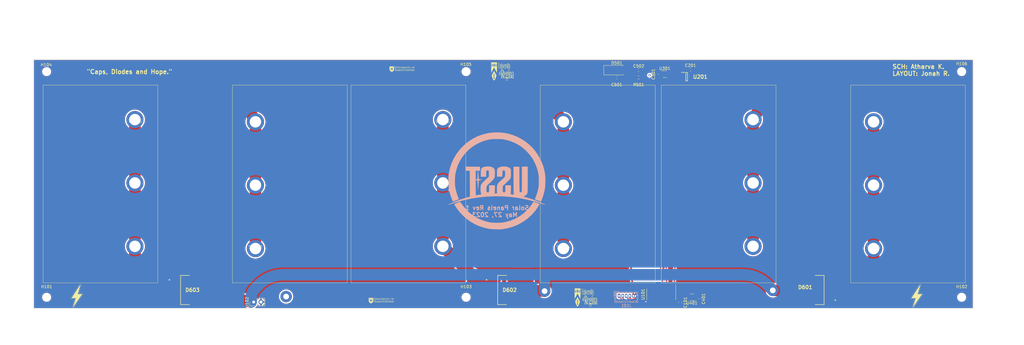
<source format=kicad_pcb>
(kicad_pcb (version 20221018) (generator pcbnew)
  (layers (0 "F.Cu" mixed) (31 "B.Cu" mixed) (34 "B.Paste" user) (35 "F.Paste" user) (36 "B.SilkS" user "B.Silkscreen") (37 "F.SilkS" user "F.Silkscreen") (38 "B.Mask" user) (39 "F.Mask" user) (44 "Edge.Cuts" user))
  (net 0 "")
  (net 1 "+3.3V")
  (net 2 "GND")
  (net 3 "/Sun sensor/PHOTO_OUT")
  (net 4 "Net-(D601-ANODE_1)")
  (net 5 "/Solar Cells/PV_V+")
  (net 6 "Net-(D602-ANODE_1)")
  (net 7 "Net-(D603-ANODE_1)")
  (net 8 "/SCK")
  (net 9 "/MOSI")
  (net 10 "/MISO")
  (net 11 "/~{CS}")
  (net 12 "Net-(SC601--)")
  (net 13 "Net-(SC603--)")
  (net 14 "Net-(SC605--)")
  (net 15 "/Mag Sensor/MAG_OUT")
  (net 16 "/Temp Sensor 1/TEMP_OUT")
  (net 17 "/Temp Sensor 2/TEMP_OUT")
  (footprint "USST_logo:u_of_r_logo" (layer "F.Cu") (at 235.966 185.166)
    (fp_text reference "G***" hide)
    (fp_text value "LOGO" hide)
  )
  (footprint "USST_logo:lightning_bolt" (layer "F.Cu") (at 58.674 184.658)
    (fp_text reference "G***" hide)
    (fp_text value "LOGO" hide)
  )
  (footprint "MountingHole:MountingHole_2.7mm" (layer "F.Cu") (at 48.1226 185.129)
    (fp_text reference "H101" (at 0 -3.7) (layer "F.SilkS"))
    (fp_text value "MountingHole")
    (pad "" np_thru_hole circle (at 0 0) (size 2.7 2.7) (drill 2.7) (layers "*.Cu" "*.Mask"))
  )
  (footprint "MountingHole:MountingHole_2.7mm" (layer "F.Cu") (at 366.8926 185.129)
    (fp_text reference "H102" (at 0 -3.7) (layer "F.SilkS"))
    (fp_text value "MountingHole")
    (pad "" np_thru_hole circle (at 0 0) (size 2.7 2.7) (drill 2.7) (layers "*.Cu" "*.Mask"))
  )
  (footprint "SamacSys_Parts:TO254P1524X483-4N" (layer "F.Cu") (at 209.4226 182.589)
    (fp_text reference "D602" (at 0 0) (layer "F.SilkS") (effects (font (size 1.27 1.27) (thickness 0.254))))
    (fp_text value "SM74611KTTR" hide)
    (pad "1" smd rect (at -6.4 -2.54 90) (size 1 3.8) (layers "F.Cu" "F.Paste" "F.Mask") (net 6 "Net-(D602-ANODE_1)"))
    (pad "2" smd rect (at -6.4 0 90) (size 1 3.8) (layers "F.Cu" "F.Paste" "F.Mask") (net 5 "/Solar Cells/PV_V+"))
    (pad "3" smd rect (at -6.4 2.54 90) (size 1 3.8) (layers "F.Cu" "F.Paste" "F.Mask") (net 6 "Net-(D602-ANODE_1)"))
    (pad "4" smd rect (at 3.8 0) (size 9 10.75) (layers "F.Cu" "F.Paste" "F.Mask") (net 5 "/Solar Cells/PV_V+"))
  )
  (footprint "SamacSys_Parts:TO254P1524X483-4N" (layer "F.Cu") (at 98.9326 182.589)
    (fp_text reference "D603" (at 0 0) (layer "F.SilkS") (effects (font (size 1.27 1.27) (thickness 0.254))))
    (fp_text value "SM74611KTTR" hide)
    (pad "1" smd rect (at -6.4 -2.54 90) (size 1 3.8) (layers "F.Cu" "F.Paste" "F.Mask") (net 7 "Net-(D603-ANODE_1)"))
    (pad "2" smd rect (at -6.4 0 90) (size 1 3.8) (layers "F.Cu" "F.Paste" "F.Mask") (net 5 "/Solar Cells/PV_V+"))
    (pad "3" smd rect (at -6.4 2.54 90) (size 1 3.8) (layers "F.Cu" "F.Paste" "F.Mask") (net 7 "Net-(D603-ANODE_1)"))
    (pad "4" smd rect (at 3.8 0) (size 9 10.75) (layers "F.Cu" "F.Paste" "F.Mask") (net 5 "/Solar Cells/PV_V+"))
  )
  (footprint "Resistor_SMD:R_0603_1608Metric_Pad0.98x0.95mm_HandSolder" (layer "F.Cu") (at 254.3706 108.421)
    (fp_text reference "R501" (at 0 2.54) (layer "F.SilkS"))
    (fp_text value "24k 0.1%")
    (pad "1" smd roundrect (at -0.9125 0) (size 0.975 0.95) (layers "F.Cu" "F.Paste" "F.Mask") (net 3 "/Sun sensor/PHOTO_OUT"))
    (pad "2" smd roundrect (at 0.9125 0) (size 0.975 0.95) (layers "F.Cu" "F.Paste" "F.Mask") (net 2 "GND"))
  )
  (footprint "SamacSys_Parts:TO254P1524X483-4N" (layer "F.Cu") (at 314.8226 182.589 180)
    (fp_text reference "D601" (at 2.42 0.97) (layer "F.SilkS") (effects (font (size 1.27 1.27) (thickness 0.254))))
    (fp_text value "SM74611KTTR" hide)
    (pad "1" smd rect (at -6.4 -2.54 270) (size 1 3.8) (layers "F.Cu" "F.Paste" "F.Mask") (net 4 "Net-(D601-ANODE_1)"))
    (pad "2" smd rect (at -6.4 0 270) (size 1 3.8) (layers "F.Cu" "F.Paste" "F.Mask") (net 5 "/Solar Cells/PV_V+"))
    (pad "3" smd rect (at -6.4 2.54 270) (size 1 3.8) (layers "F.Cu" "F.Paste" "F.Mask") (net 4 "Net-(D601-ANODE_1)"))
    (pad "4" smd rect (at 3.8 0 180) (size 9 10.75) (layers "F.Cu" "F.Paste" "F.Mask") (net 5 "/Solar Cells/PV_V+"))
  )
  (footprint "MountingHole:MountingHole_2.7mm" (layer "F.Cu") (at 194.2526 185.129)
    (fp_text reference "H103" (at 0 -3.7) (layer "F.SilkS"))
    (fp_text value "MountingHole")
    (pad "" np_thru_hole circle (at 0 0) (size 2.7 2.7) (drill 2.7) (layers "*.Cu" "*.Mask"))
  )
  (footprint "USST_logo:u_of_r_logo" (layer "F.Cu") (at 206.883 106.299)
    (fp_text reference "G***" hide)
    (fp_text value "LOGO" hide)
  )
  (footprint "Diode_SMD:D_SMA_Handsoldering" (layer "F.Cu") (at 246.7506 105.881)
    (fp_text reference "D501" (at 0 -2.5) (layer "F.SilkS"))
    (fp_text value "PDB-C160SM\n")
    (pad "1" smd roundrect (at -2.5 0) (size 3.5 1.8) (layers "F.Cu" "F.Paste" "F.Mask") (roundrect_rratio 0.1388888889) (net 1 "+3.3V"))
    (pad "2" smd roundrect (at 2.5 0) (size 3.5 1.8) (layers "F.Cu" "F.Paste" "F.Mask") (roundrect_rratio 0.1388888889) (net 3 "/Sun sensor/PHOTO_OUT"))
  )
  (footprint "USST_logo:usask_logo" (layer "F.Cu") (at 164.719 186.309)
    (fp_text reference "G***" hide)
    (fp_text value "LOGO" hide)
  )
  (footprint "Solar_cell:XTJPrime_solar_cell" (layer "F.Cu") (at 294.2256 123.129 180)
    (fp_text reference "SC606" (at 0 -0.5 180 unlocked) (layer "F.SilkS") (effects (font (thickness 0.1))))
    (fp_text value "XTJPrime" hide)
    (pad "1" thru_hole circle (at 0 -44.22 180) (size 6 6) (drill 4) (layers "*.Cu" "*.Mask") (net 14 "Net-(SC605--)"))
    (pad "1" thru_hole circle (at 0 -22.11 180) (size 6 6) (drill 4) (layers "*.Cu" "*.Mask") (net 14 "Net-(SC605--)"))
    (pad "1" thru_hole circle (at 0 0 180) (size 6 6) (drill 4) (layers "*.Cu" "*.Mask") (net 14 "Net-(SC605--)"))
    (pad "2" smd roundrect (at -14.325 -44.22 180) (size 12.15 12.15) (layers "F.Cu" "F.Paste" "F.Mask") (net 2 "GND"))
    (pad "2" smd roundrect (at -14.325 -22.11 180) (size 12.15 12.15) (layers "F.Cu" "F.Paste" "F.Mask") (net 2 "GND"))
    (pad "2" smd roundrect (at -14.325 0 180) (size 12.15 12.15) (layers "F.Cu" "F.Paste" "F.Mask") (net 2 "GND"))
  )
  (footprint "Capacitor_SMD:C_0603_1608Metric_Pad1.08x0.95mm_HandSolder" (layer "F.Cu") (at 275.7066 185.637 90)
    (fp_text reference "C401" (at 0 1.27 90) (layer "F.SilkS"))
    (fp_text value "0.1uF")
    (pad "1" smd roundrect (at -0.8625 0 90) (size 1.075 0.95) (layers "F.Cu" "F.Paste" "F.Mask") (net 1 "+3.3V"))
    (pad "2" smd roundrect (at 0.8625 0 90) (size 1.075 0.95) (layers "F.Cu" "F.Paste" "F.Mask") (net 2 "GND"))
  )
  (footprint "SamacSys_Parts:SOT95P280X140-3N" (layer "F.Cu") (at 271.0946 108.167)
    (fp_text reference "U201" (at 4.7494 0.037) (layer "F.SilkS") (effects (font (size 1.27 1.27) (thickness 0.254))))
    (fp_text value "SS39ET" hide)
    (pad "1" smd rect (at -1.25 -0.95 90) (size 0.6 1.2) (layers "F.Cu" "F.Paste" "F.Mask") (net 1 "+3.3V"))
    (pad "2" smd rect (at -1.25 0.95 90) (size 0.6 1.2) (layers "F.Cu" "F.Paste" "F.Mask") (net 15 "/Mag Sensor/MAG_OUT"))
    (pad "3" smd rect (at 1.25 0 90) (size 0.6 1.2) (layers "F.Cu" "F.Paste" "F.Mask") (net 2 "GND"))
  )
  (footprint "Solar_cell:XTJPrime_solar_cell" (layer "F.Cu") (at 78.8796 123.129 180)
    (fp_text reference "SC601" (at 0 -0.5 180 unlocked) (layer "F.SilkS") (effects (font (thickness 0.1))))
    (fp_text value "XTJPrime" hide)
    (pad "1" thru_hole circle (at 0 -44.22 180) (size 6 6) (drill 4) (layers "*.Cu" "*.Mask") (net 7 "Net-(D603-ANODE_1)"))
    (pad "1" thru_hole circle (at 0 -22.11 180) (size 6 6) (drill 4) (layers "*.Cu" "*.Mask") (net 7 "Net-(D603-ANODE_1)"))
    (pad "1" thru_hole circle (at 0 0 180) (size 6 6) (drill 4) (layers "*.Cu" "*.Mask") (net 7 "Net-(D603-ANODE_1)"))
    (pad "2" smd roundrect (at -14.325 -44.22 180) (size 12.15 12.15) (layers "F.Cu" "F.Paste" "F.Mask") (net 12 "Net-(SC601--)"))
    (pad "2" smd roundrect (at -14.325 -22.11 180) (size 12.15 12.15) (layers "F.Cu" "F.Paste" "F.Mask") (net 12 "Net-(SC601--)"))
    (pad "2" smd roundrect (at -14.325 0 180) (size 12.15 12.15) (layers "F.Cu" "F.Paste" "F.Mask") (net 12 "Net-(SC601--)"))
  )
  (footprint "Package_TO_SOT_SMD:SOT-353_SC-70-5" (layer "F.Cu") (at 272.9126 185.129 180)
    (fp_text reference "U401" (at 0 -2) (layer "F.SilkS"))
    (fp_text value "LMT87DCK")
    (pad "1" smd rect (at -0.95 -0.65 180) (size 0.65 0.4) (layers "F.Cu" "F.Paste" "F.Mask") (net 1 "+3.3V"))
    (pad "2" smd rect (at -0.95 0 180) (size 0.65 0.4) (layers "F.Cu" "F.Paste" "F.Mask") (net 2 "GND"))
    (pad "3" smd rect (at -0.95 0.65 180) (size 0.65 0.4) (layers "F.Cu" "F.Paste" "F.Mask") (net 16 "/Temp Sensor 1/TEMP_OUT"))
    (pad "4" smd rect (at 0.95 0.65 180) (size 0.65 0.4) (layers "F.Cu" "F.Paste" "F.Mask") (net 1 "+3.3V"))
    (pad "5" smd rect (at 0.95 -0.65 180) (size 0.65 0.4) (layers "F.Cu" "F.Paste" "F.Mask") (net 1 "+3.3V"))
  )
  (footprint "Capacitor_SMD:C_0603_1608Metric_Pad1.08x0.95mm_HandSolder" (layer "F.Cu") (at 246.7506 108.421)
    (fp_text reference "C501" (at 0 2.54) (layer "F.SilkS"))
    (fp_text value "0.1uF")
    (pad "1" smd roundrect (at -0.8625 0) (size 1.075 0.95) (layers "F.Cu" "F.Paste" "F.Mask") (net 1 "+3.3V"))
    (pad "2" smd roundrect (at 0.8625 0) (size 1.075 0.95) (layers "F.Cu" "F.Paste" "F.Mask") (net 3 "/Sun sensor/PHOTO_OUT"))
  )
  (footprint "Solar_cell:XTJPrime_solar_cell" (layer "F.Cu") (at 120.8676 168.129)
    (fp_text reference "SC602" (at 0 -0.5 unlocked) (layer "F.SilkS") (effects (font (thickness 0.1))))
    (fp_text value "XTJPrime" hide)
    (pad "1" thru_hole circle (at 0 -44.22) (size 6 6) (drill 4) (layers "*.Cu" "*.Mask") (net 12 "Net-(SC601--)"))
    (pad "1" thru_hole circle (at 0 -22.11) (size 6 6) (drill 4) (layers "*.Cu" "*.Mask") (net 12 "Net-(SC601--)"))
    (pad "1" thru_hole circle (at 0 0) (size 6 6) (drill 4) (layers "*.Cu" "*.Mask") (net 12 "Net-(SC601--)"))
    (pad "2" smd roundrect (at -14.325 -44.22) (size 12.15 12.15) (layers "F.Cu" "F.Paste" "F.Mask") (net 2 "GND"))
    (pad "2" smd roundrect (at -14.325 -22.11) (size 12.15 12.15) (layers "F.Cu" "F.Paste" "F.Mask") (net 2 "GND"))
    (pad "2" smd roundrect (at -14.325 0) (size 12.15 12.15) (layers "F.Cu" "F.Paste" "F.Mask") (net 2 "GND"))
  )
  (footprint "MountingHole:MountingHole_2.7mm" (layer "F.Cu") (at 366.8926 106.389)
    (fp_text reference "H106" (at 0.0104 -2.757) (layer "F.SilkS"))
    (fp_text value "MountingHole")
    (pad "" np_thru_hole circle (at 0 0) (size 2.7 2.7) (drill 2.7) (layers "*.Cu" "*.Mask"))
  )
  (footprint "Capacitor_SMD:C_0603_1608Metric_Pad1.08x0.95mm_HandSolder" (layer "F.Cu") (at 272.415 105.664)
    (fp_text reference "C201" (at 0 -1.43) (layer "F.SilkS"))
    (fp_text value "0.1uF")
    (pad "1" smd roundrect (at -0.8625 0) (size 1.075 0.95) (layers "F.Cu" "F.Paste" "F.Mask") (net 1 "+3.3V"))
    (pad "2" smd roundrect (at 0.8625 0) (size 1.075 0.95) (layers "F.Cu" "F.Paste" "F.Mask") (net 2 "GND"))
  )
  (footprint "USST_logo:lightning_bolt" (layer "F.Cu") (at 351.282 184.658)
    (fp_text reference "G***" hide)
    (fp_text value "LOGO" hide)
  )
  (footprint "USST_logo:usask_logo" (layer "F.Cu") (at 171.958 105.537)
    (fp_text reference "G***" hide)
    (fp_text value "LOGO" hide)
  )
  (footprint "MountingHole:MountingHole_2.7mm" (layer "F.Cu") (at 194.2526 106.389)
    (fp_text reference "H105" (at -0.0696 -2.503) (layer "F.SilkS"))
    (fp_text value "MountingHole")
    (pad "" np_thru_hole circle (at 0 0) (size 2.7 2.7) (drill 2.7) (layers "*.Cu" "*.Mask"))
  )
  (footprint "Solar_cell:XTJPrime_solar_cell" (layer "F.Cu") (at 186.1556 123.129 180)
    (fp_text reference "SC603" (at 0 -0.5 180 unlocked) (layer "F.SilkS") (effects (font (thickness 0.1))))
    (fp_text value "XTJPrime" hide)
    (pad "1" thru_hole circle (at 0 -44.22 180) (size 6 6) (drill 4) (layers "*.Cu" "*.Mask") (net 6 "Net-(D602-ANODE_1)"))
    (pad "1" thru_hole circle (at 0 -22.11 180) (size 6 6) (drill 4) (layers "*.Cu" "*.Mask") (net 6 "Net-(D602-ANODE_1)"))
    (pad "1" thru_hole circle (at 0 0 180) (size 6 6) (drill 4) (layers "*.Cu" "*.Mask") (net 6 "Net-(D602-ANODE_1)"))
    (pad "2" smd roundrect (at -14.325 -44.22 180) (size 12.15 12.15) (layers "F.Cu" "F.Paste" "F.Mask") (net 13 "Net-(SC603--)"))
    (pad "2" smd roundrect (at -14.325 -22.11 180) (size 12.15 12.15) (layers "F.Cu" "F.Paste" "F.Mask") (net 13 "Net-(SC603--)"))
    (pad "2" smd roundrect (at -14.325 0 180) (size 12.15 12.15) (layers "F.Cu" "F.Paste" "F.Mask") (net 13 "Net-(SC603--)"))
  )
  (footprint "MountingHole:MountingHole_2.7mm" (layer "F.Cu") (at 48.1226 106.389)
    (fp_text reference "H104" (at -0.1166 -2.376) (layer "F.SilkS"))
    (fp_text value "MountingHole")
    (pad "" np_thru_hole circle (at 0 0) (size 2.7 2.7) (drill 2.7) (layers "*.Cu" "*.Mask"))
  )
  (footprint "Connector_PinHeader_2.54mm:PinHeader_1x02_P2.54mm_Vertical" (layer "F.Cu") (at 120.2536 186.78 90)
    (fp_text reference "J102" (at 0 -2.33 90) (layer "F.SilkS"))
    (fp_text value "Conn_01x02")
    (pad "1" thru_hole rect (at 0 0 90) (size 1.7 1.7) (drill 1) (layers "*.Cu" "*.Mask") (net 5 "/Solar Cells/PV_V+"))
    (pad "2" thru_hole oval (at 0 2.54 90) (size 1.7 1.7) (drill 1) (layers "*.Cu" "*.Mask") (net 2 "GND"))
  )
  (footprint "Capacitor_SMD:C_0603_1608Metric_Pad1.08x0.95mm_HandSolder" (layer "F.Cu") (at 260.6996 107.347 -90)
    (fp_text reference "C301" (at -0.032 1.2386 90) (layer "F.SilkS"))
    (fp_text value "0.1uF")
    (pad "1" smd roundrect (at -0.8625 0 270) (size 1.075 0.95) (layers "F.Cu" "F.Paste" "F.Mask") (net 1 "+3.3V"))
    (pad "2" smd roundrect (at 0.8625 0 270) (size 1.075 0.95) (layers "F.Cu" "F.Paste" "F.Mask") (net 2 "GND"))
  )
  (footprint "Package_TO_SOT_SMD:SOT-353_SC-70-5" (layer "F.Cu") (at 263.4746 107.272)
    (fp_text reference "U301" (at 0 -2) (layer "F.SilkS"))
    (fp_text value "LMT87DCK")
    (pad "1" smd rect (at -0.95 -0.65) (size 0.65 0.4) (layers "F.Cu" "F.Paste" "F.Mask") (net 1 "+3.3V"))
    (pad "2" smd rect (at -0.95 0) (size 0.65 0.4) (layers "F.Cu" "F.Paste" "F.Mask") (net 2 "GND"))
    (pad "3" smd rect (at -0.95 0.65) (size 0.65 0.4) (layers "F.Cu" "F.Paste" "F.Mask") (net 17 "/Temp Sensor 2/TEMP_OUT"))
    (pad "4" smd rect (at 0.95 0.65) (size 0.65 0.4) (layers "F.Cu" "F.Paste" "F.Mask") (net 1 "+3.3V"))
    (pad "5" smd rect (at 0.95 -0.65) (size 0.65 0.4) (layers "F.Cu" "F.Paste" "F.Mask") (net 1 "+3.3V"))
  )
  (footprint "Capacitor_SMD:C_0603_1608Metric_Pad1.08x0.95mm_HandSolder" (layer "F.Cu") (at 254.3706 105.881)
    (fp_text reference "C502" (at 0 -1.43) (layer "F.SilkS"))
    (fp_text value "100pF")
    (pad "1" smd roundrect (at -0.8625 0) (size 1.075 0.95) (layers "F.Cu" "F.Paste" "F.Mask") (net 3 "/Sun sensor/PHOTO_OUT"))
    (pad "2" smd roundrect (at 0.8625 0) (size 1.075 0.95) (layers "F.Cu" "F.Paste" "F.Mask") (net 2 "GND"))
  )
  (footprint "Package_SO:SOIC-16_3.9x9.9mm_P1.27mm" (layer "F.Cu") (at 262.2446 184.113 -90)
    (fp_text reference "U101" (at 0 6.35 90) (layer "F.SilkS"))
    (fp_text value "MCP3008")
    (pad "1" smd roundrect (at -2.475 -4.445 270) (size 1.95 0.6) (layers "F.Cu" "F.Paste" "F.Mask") (net 15 "/Mag Sensor/MAG_OUT"))
    (pad "2" smd roundrect (at -2.475 -3.175 270) (size 1.95 0.6) (layers "F.Cu" "F.Paste" "F.Mask") (net 16 "/Temp Sensor 1/TEMP_OUT"))
    (pad "3" smd roundrect (at -2.475 -1.905 270) (size 1.95 0.6) (layers "F.Cu" "F.Paste" "F.Mask") (net 17 "/Temp Sensor 2/TEMP_OUT"))
    (pad "4" smd roundrect (at -2.475 -0.635 270) (size 1.95 0.6) (layers "F.Cu" "F.Paste" "F.Mask") (net 3 "/Sun sensor/PHOTO_OUT"))
    (pad "5" smd roundrect (at -2.475 0.635 270) (size 1.95 0.6) (layers "F.Cu" "F.Paste" "F.Mask"))
    (pad "6" smd roundrect (at -2.475 1.905 270) (size 1.95 0.6) (layers "F.Cu" "F.Paste" "F.Mask"))
    (pad "7" smd roundrect (at -2.475 3.175 270) (size 1.95 0.6) (layers "F.Cu" "F.Paste" "F.Mask"))
    (pad "8" smd roundrect (at -2.475 4.445 270) (size 1.95 0.6) (layers "F.Cu" "F.Paste" "F.Mask"))
    (pad "9" smd roundrect (at 2.475 4.445 270) (size 1.95 0.6) (layers "F.Cu" "F.Paste" "F.Mask") (net 2 "GND"))
    (pad "10" smd roundrect (at 2.475 3.175 270) (size 1.95 0.6) (layers "F.Cu" "F.Paste" "F.Mask") (net 11 "/~{CS}"))
    (pad "11" smd roundrect (at 2.475 1.905 270) (size 1.95 0.6) (layers "F.Cu" "F.Paste" "F.Mask") (net 10 "/MISO"))
    (pad "12" smd roundrect (at 2.475 0.635 270) (size 1.95 0.6) (layers "F.Cu" "F.Paste" "F.Mask") (net 9 "/MOSI"))
    (pad "13" smd roundrect (at 2.475 -0.635 270) (size 1.95 0.6) (layers "F.Cu" "F.Paste" "F.Mask") (net 8 "/SCK"))
    (pad "14" smd roundrect (at 2.475 -1.905 270) (size 1.95 0.6) (layers "F.Cu" "F.Paste" "F.Mask") (net 2 "GND"))
    (pad "15" smd roundrect (at 2.475 -3.175 270) (size 1.95 0.6) (layers "F.Cu" "F.Paste" "F.Mask") (net 1 "+3.3V"))
    (pad "16" smd roundrect (at 2.475 -4.445 270) (size 1.95 0.6) (layers "F.Cu" "F.Paste" "F.Mask") (net 1 "+3.3V"))
  )
  (footprint "Capacitor_SMD:C_0603_1608Metric_Pad1.08x0.95mm_HandSolder" (layer "F.Cu") (at 268.8486 186.907 -90)
    (fp_text reference "C101" (at 0 -1.778 90) (layer "F.SilkS"))
    (fp_text value "0.1uF")
    (pad "1" smd roundrect (at -0.8625 0 270) (size 1.075 0.95) (layers "F.Cu" "F.Paste" "F.Mask") (net 1 "+3.3V"))
    (pad "2" smd roundrect (at 0.8625 0 270) (size 1.075 0.95) (layers "F.Cu" "F.Paste" "F.Mask") (net 2 "GND"))
  )
  (footprint "Solar_cell:XTJPrime_solar_cell" (layer "F.Cu") (at 228.1436 168.129)
    (fp_text reference "SC604" (at 0 -0.5 unlocked) (layer "F.SilkS") (effects (font (thickness 0.1))))
    (fp_text value "XTJPrime" hide)
    (pad "1" thru_hole circle (at 0 -44.22) (size 6 6) (drill 4) (layers "*.Cu" "*.Mask") (net 13 "Net-(SC603--)"))
    (pad "1" thru_hole circle (at 0 -22.11) (size 6 6) (drill 4) (layers "*.Cu" "*.Mask") (net 13 "Net-(SC603--)"))
    (pad "1" thru_hole circle (at 0 0) (size 6 6) (drill 4) (layers "*.Cu" "*.Mask") (net 13 "Net-(SC603--)"))
    (pad "2" smd roundrect (at -14.325 -44.22) (size 12.15 12.15) (layers "F.Cu" "F.Paste" "F.Mask") (net 2 "GND"))
    (pad "2" smd roundrect (at -14.325 -22.11) (size 12.15 12.15) (layers "F.Cu" "F.Paste" "F.Mask") (net 2 "GND"))
    (pad "2" smd roundrect (at -14.325 0) (size 12.15 12.15) (layers "F.Cu" "F.Paste" "F.Mask") (net 2 "GND"))
  )
  (footprint "Solar_cell:XTJPrime_solar_cell" (layer "F.Cu") (at 336.2136 168.129)
    (fp_text reference "SC605" (at 0 -0.5 unlocked) (layer "F.SilkS") (effects (font (thickness 0.1))))
    (fp_text value "XTJPrime" hide)
    (pad "1" thru_hole circle (at 0 -44.22) (size 6 6) (drill 4) (layers "*.Cu" "*.Mask") (net 4 "Net-(D601-ANODE_1)"))
    (pad "1" thru_hole circle (at 0 -22.11) (size 6 6) (drill 4) (layers "*.Cu" "*.Mask") (net 4 "Net-(D601-ANODE_1)"))
    (pad "1" thru_hole circle (at 0 0) (size 6 6) (drill 4) (layers "*.Cu" "*.Mask") (net 4 "Net-(D601-ANODE_1)"))
    (pad "2" smd roundrect (at -14.325 -44.22) (size 12.15 12.15) (layers "F.Cu" "F.Paste" "F.Mask") (net 14 "Net-(SC605--)"))
    (pad "2" smd roundrect (at -14.325 -22.11) (size 12.15 12.15) (layers "F.Cu" "F.Paste" "F.Mask") (net 14 "Net-(SC605--)"))
    (pad "2" smd roundrect (at -14.325 0) (size 12.15 12.15) (layers "F.Cu" "F.Paste" "F.Mask") (net 14 "Net-(SC605--)"))
  )
  (footprint "USST_logo:USST_logo" (layer "B.Cu") (at 204.978 144.526 180)
    (fp_text reference "G***" hide)
    (fp_text value "LOGO" hide)
  )
  (footprint "Connector_Hirose:Hirose_DF13-05P-1.25DSA_1x05_P1.25mm_Vertical" (layer "B.Cu") (at 247.5526 184.629)
    (fp_text reference "J101" (at 2.5 3.4) (layer "B.SilkS") (effects (justify mirror)))
    (fp_text value "Conn_01x05_Pin")
    (pad "1" thru_hole roundrect (at 0 0) (size 0.9 1.4) (drill 0.6) (layers "*.Cu" "*.Mask") (net 11 "/~{CS}"))
    (pad "2" thru_hole oval (at 1.25 0) (size 0.9 1.4) (drill 0.6) (layers "*.Cu" "*.Mask") (net 10 "/MISO"))
    (pad "3" thru_hole oval (at 2.5 0) (size 0.9 1.4) (drill 0.6) (layers "*.Cu" "*.Mask") (net 9 "/MOSI"))
    (pad "4" thru_hole oval (at 3.75 0) (size 0.9 1.4) (drill 0.6) (layers "*.Cu" "*.Mask") (net 8 "/SCK"))
    (pad "5" thru_hole oval (at 5 0) (size 0.9 1.4) (drill 0.6) (layers "*.Cu" "*.Mask") (net 1 "+3.3V"))
  )
  (gr_rect (start 43.4796 102.129) (end 370.9796 189.129) (stroke (width 0.1)) (fill none) (layer "Edge.Cuts"))
  (gr_text "Solar Panels Rev 1.0" (at 216.281 154.813) (layer "B.SilkS") (effects (font (size 1.5 1.5) (thickness 0.3) bold) (justify left bottom mirror)))
  (gr_text "May 27, 2023" (at 212.344 157.226) (layer "B.SilkS") (effects (font (size 1.5 1.5) (thickness 0.3) bold) (justify left bottom mirror)))
  (gr_text "SCH: Atharva K.\nLAYOUT: Jonah R." (at 342.646 107.95) (layer "F.SilkS") (effects (font (size 1.5 1.5) (thickness 0.3) bold) (justify left bottom)))
  (gr_text "{dblquote}Caps, Diodes and Hope.{dblquote}" (at 61.976 107.315) (layer "F.SilkS") (effects (font (size 1.5 1.5) (thickness 0.3) bold) (justify left bottom)))
  (via (at 131.5616 184.875) (size 4) (drill 2) (layers "F.Cu" "B.Cu") (net 0))
  (via (at 258.1806 107.659) (size 0.8) (drill 0.4) (layers "F.Cu" "B.Cu") (net 0))
  (segment (start 244.2506 105.881) (end 245.8881 108.421) (width 0.5) (layer "F.Cu") (net 1))
  (segment (start 260.6996 106.4845) (end 262.5246 106.622) (width 0.5) (layer "F.Cu") (net 1))
  (segment (start 262.5246 106.622) (end 264.4246 106.622) (width 0.5) (layer "F.Cu") (net 1))
  (segment (start 264.4246 106.622) (end 264.4246 107.922) (width 0.5) (layer "F.Cu") (net 1))
  (segment (start 268.8486 186.0445) (end 271.9626 185.779) (width 0.5) (layer "F.Cu") (net 1))
  (segment (start 259.6586 104.531) (end 245.6006 104.531) (width 0.5) (layer "F.Cu") (net 1))
  (segment (start 269.8446 107.217) (end 271.5525 105.664) (width 0.5) (layer "F.Cu") (net 1))
  (segment (start 271.9626 185.779) (end 273.8626 185.779) (width 0.5) (layer "F.Cu") (net 1))
  (segment (start 271.9626 184.479) (end 271.9626 185.779) (width 0.5) (layer "F.Cu") (net 1))
  (segment (start 260.6996 105.572) (end 259.6586 104.531) (width 0.5) (layer "F.Cu") (net 1))
  (segment (start 264.4246 106.622) (end 269.8446 107.217) (width 0.5) (layer "F.Cu") (net 1))
  (segment (start 273.8626 185.779) (end 275.7066 186.4995) (width 0.5) (layer "F.Cu") (net 1))
  (segment (start 260.6996 106.4845) (end 260.6996 105.572) (width 0.5) (layer "F.Cu") (net 1))
  (segment (start 265.4196 186.588) (end 265.4196 186.034472) (width 0.5) (layer "F.Cu") (net 1))
  (segment (start 245.6006 104.531) (end 244.2506 105.881) (width 0.5) (layer "F.Cu") (net 1))
  (segment (start 252.5526 184.629) (end 245.8881 108.421) (width 0.5) (layer "F.Cu") (net 1))
  (segment (start 261.333274 183.605) (end 254.819241 183.605) (width 0.5) (layer "F.Cu") (net 1))
  (segment (start 265.4196 186.034472) (end 264.161701 184.776573) (width 0.5) (layer "F.Cu") (net 1))
  (segment (start 266.6896 186.588) (end 268.8486 186.0445) (width 0.5) (layer "F.Cu") (net 1))
  (segment (start 266.6896 186.588) (end 265.4196 186.588) (width 0.5) (layer "F.Cu") (net 1))
  (segment (start 252.69792 184.48368) (end 252.5526 184.629) (width 0.5) (layer "F.Cu") (net 1))
  (arc (start 261.333274 183.605) (mid 262.864008 183.909482) (end 264.161701 184.776573) (width 0.5) (layer "F.Cu") (net 1))
  (arc (start 254.819241 183.605) (mid 253.67119 183.833362) (end 252.69792 184.48368) (width 0.5) (layer "F.Cu") (net 1))
  (segment (start 106.5426 146.019) (end 106.5426 168.129) (width 4) (layer "F.Cu") (net 2))
  (segment (start 308.5506 123.129) (end 308.5506 145.239) (width 4) (layer "F.Cu") (net 2))
  (segment (start 213.8186 146.019) (end 213.8186 168.129) (width 4) (layer "F.Cu") (net 2))
  (segment (start 256.8964 186.588) (end 256.8852 186.5768) (width 0.5) (layer "F.Cu") (net 2))
  (segment (start 261.732834 107.388175) (end 262.5246 107.272) (width 0.3) (layer "F.Cu") (net 2))
  (segment (start 213.8186 123.909) (end 213.8186 146.019) (width 4) (layer "F.Cu") (net 2))
  (segment (start 106.5426 123.909) (end 106.5426 146.019) (width 4) (layer "F.Cu") (net 2))
  (segment (start 256.9106 186.653) (end 256.8964 186.588) (width 0.5) (layer "F.Cu") (net 2))
  (segment (start 260.6996 108.2095) (end 261.12292 107.721958) (width 0.3) (layer "F.Cu") (net 2))
  (segment (start 257.7996 186.588) (end 256.9106 186.653) (width 0.5) (layer "F.Cu") (net 2))
  (segment (start 262.5246 107.272) (end 263.398 107.442) (width 0.3) (layer "F.Cu") (net 2))
  (segment (start 308.5506 145.239) (end 308.5506 167.349) (width 4) (layer "F.Cu") (net 2))
  (via (at 256.9106 186.653) (size 0.8) (drill 0.4) (layers "F.Cu" "B.Cu") (net 2))
  (arc (start 261.732834 107.388175) (mid 261.397934 107.500353) (end 261.12292 107.721958) (width 0.3) (layer "F.Cu") (net 2))
  (segment (start 253.4581 108.421) (end 262.8796 181.638) (width 0.3) (layer "F.Cu") (net 3))
  (segment (start 249.2506 105.881) (end 253.4581 108.421) (width 0.3) (layer "F.Cu") (net 3))
  (segment (start 249.2506 105.881) (end 247.6131 108.421) (width 0.3) (layer "F.Cu") (net 3))
  (segment (start 249.2506 105.881) (end 253.5081 105.881) (width 0.3) (layer "F.Cu") (net 3))
  (segment (start 336.2136 168.129) (end 336.2136 146.019) (width 4) (layer "F.Cu") (net 4))
  (segment (start 336.2136 146.019) (end 336.2136 123.909) (width 4) (layer "F.Cu") (net 4))
  (segment (start 325.219037 178.906) (end 321.1726 178.906) (width 4) (layer "F.Cu") (net 4))
  (segment (start 336.2136 172.882) (end 333.704318 175.391282) (width 4) (layer "F.Cu") (net 4))
  (segment (start 336.2136 168.129) (end 336.2136 172.882) (width 4) (layer "F.Cu") (net 4))
  (segment (start 336.2136 168.129) (end 336.2136 172.737437) (width 4) (layer "F.Cu") (net 4))
  (segment (start 322.072037 186.879) (end 319.5216 186.879) (width 4) (layer "F.Cu") (net 4))
  (segment (start 330.557319 183.364281) (end 332.698882 181.222718) (width 4) (layer "F.Cu") (net 4))
  (arc (start 332.698882 181.222718) (mid 335.300155 177.329638) (end 336.2136 172.737437) (width 4) (layer "F.Cu") (net 4))
  (arc (start 325.219037 178.906) (mid 329.811238 177.992555) (end 333.704318 175.391282) (width 4) (layer "F.Cu") (net 4))
  (arc (start 330.557319 183.364281) (mid 326.664239 185.965554) (end 322.072037 186.879) (width 4) (layer "F.Cu") (net 4))
  (segment (start 213.2226 182.589) (end 221.6046 182.97) (width 4) (layer "F.Cu") (net 5))
  (segment (start 301.1066 182.716) (end 310.8956 182.716) (width 4) (layer "F.Cu") (net 5))
  (segment (start 102.7326 182.589) (end 96.2048 182.589) (width 4) (layer "F.Cu") (net 5))
  (segment (start 310.8956 182.716) (end 311.0226 182.589) (width 4) (layer "F.Cu") (net 5))
  (segment (start 102.7326 182.589) (end 119.2426 186.78) (width 4) (layer "F.Cu") (net 5))
  (segment (start 213.2226 182.589) (end 206.4916 182.589) (width 4) (layer "F.Cu") (net 5))
  (via (at 221.6046 182.97) (size 4) (drill 2) (layers "F.Cu" "B.Cu") (net 5))
  (via (at 301.1066 182.716) (size 4) (drill 2) (layers "F.Cu" "B.Cu") (net 5))
  (segment (start 119.3696 185.549068) (end 119.3696 186.78) (width 4) (layer "B.Cu") (net 5))
  (segment (start 122.077881 180.769719) (end 120.834066 182.013534) (width 4) (layer "B.Cu") (net 5))
  (segment (start 301.1066 182.716) (end 299.160318 180.769718) (width 4) (layer "B.Cu") (net 5))
  (segment (start 290.675037 177.255) (end 221.6046 177.255) (width 4) (layer "B.Cu") (net 5))
  (segment (start 221.6046 177.255) (end 130.563163 177.255) (width 4) (layer "B.Cu") (net 5))
  (segment (start 221.6046 182.97) (end 221.6046 177.255) (width 4) (layer "B.Cu") (net 5))
  (arc (start 119.3696 185.549068) (mid 119.750202 183.635651) (end 120.834066 182.013534) (width 4) (layer "B.Cu") (net 5))
  (arc (start 130.563163 177.255) (mid 125.970961 178.168446) (end 122.077881 180.769719) (width 4) (layer "B.Cu") (net 5))
  (arc (start 290.675037 177.255) (mid 295.267238 178.168445) (end 299.160318 180.769718) (width 4) (layer "B.Cu") (net 5))
  (segment (start 196.547388 177.166212) (end 196.547388 178.47508) (width 4) (layer "F.Cu") (net 6))
  (segment (start 202.556163 178.779) (end 204.4088 178.779) (width 4) (layer "F.Cu") (net 6))
  (segment (start 186.1556 145.499) (end 186.1556 167.609) (width 4) (layer "F.Cu") (net 6))
  (segment (start 198.890534 184.131934) (end 200.2686 185.51) (width 4) (layer "F.Cu") (net 6))
  (segment (start 186.1556 123.389) (end 186.1556 145.499) (width 4) (layer "F.Cu") (net 6))
  (segment (start 186.1556 167.349) (end 194.070882 175.264282) (width 4) (layer "F.Cu") (net 6))
  (arc (start 202.556163 178.779) (mid 197.963962 177.865555) (end 194.070882 175.264282) (width 4) (layer "F.Cu") (net 6))
  (arc (start 198.890534 184.131934) (mid 197.156352 181.536547) (end 196.547388 178.47508) (width 4) (layer "F.Cu") (net 6))
  (segment (start 81.222746 176.319146) (end 81.339454 176.435854) (width 4) (layer "F.Cu") (net 7))
  (segment (start 78.8796 145.499) (end 78.8796 123.389) (width 4) (layer "F.Cu") (net 7))
  (segment (start 92.226108 186.879) (end 92.979 186.879) (width 4) (layer "F.Cu") (net 7))
  (segment (start 82.394319 180.360919) (end 86.569254 184.535854) (width 4) (layer "F.Cu") (net 7))
  (segment (start 86.996308 178.779) (end 92.5726 178.779) (width 4) (layer "F.Cu") (net 7))
  (segment (start 78.8796 167.349) (end 78.8796 170.662292) (width 4) (layer "F.Cu") (net 7))
  (segment (start 78.8796 167.609) (end 78.8796 145.499) (width 4) (layer "F.Cu") (net 7))
  (segment (start 78.8796 167.349) (end 78.8796 171.875637) (width 4) (layer "F.Cu") (net 7))
  (arc (start 86.996308 178.779) (mid 83.934841 178.170036) (end 81.339454 176.435854) (width 4) (layer "F.Cu") (net 7))
  (arc (start 78.8796 170.662292) (mid 79.488564 173.723759) (end 81.222746 176.319146) (width 4) (layer "F.Cu") (net 7))
  (arc (start 78.8796 171.875637) (mid 79.793046 176.467839) (end 82.394319 180.360919) (width 4) (layer "F.Cu") (net 7))
  (arc (start 86.569254 184.535854) (mid 89.164641 186.270036) (end 92.226108 186.879) (width 4) (layer "F.Cu") (net 7))
  (segment (start 261.552493 184.848786) (end 262.8796 186.175893) (width 0.3) (layer "F.Cu") (net 8))
  (segment (start 251.3026 184.629) (end 251.3026 185.4138) (width 0.3) (layer "F.Cu") (net 8))
  (segment (start 252.76898 185.697932) (end 252.929843 185.597194) (width 0.3) (layer "F.Cu") (net 8))
  (segment (start 252.152781 185.849767) (end 252.273921 185.849767) (width 0.3) (layer "F.Cu") (net 8))
  (segment (start 253.106199 185.456772) (end 253.714184 184.848787) (width 0.3) (layer "F.Cu") (net 8))
  (segment (start 262.8796 186.175893) (end 262.8796 186.588) (width 0.3) (layer "F.Cu") (net 8))
  (segment (start 251.3026 185.4138) (end 251.445674 185.556874) (width 0.3) (layer "F.Cu") (net 8))
  (segment (start 255.128398 184.263) (end 260.13828 184.263) (width 0.3) (layer "F.Cu") (net 8))
  (arc (start 252.929843 185.597194) (mid 253.02199 185.531968) (end 253.106199 185.456772) (width 0.3) (layer "F.Cu") (net 8))
  (arc (start 253.714184 184.848787) (mid 254.363031 184.415241) (end 255.128398 184.263) (width 0.3) (layer "F.Cu") (net 8))
  (arc (start 252.152781 185.849767) (mid 251.770098 185.773647) (end 251.445674 185.556874) (width 0.3) (layer "F.Cu") (net 8))
  (arc (start 252.273921 185.849767) (mid 252.531449 185.806449) (end 252.76898 185.697932) (width 0.3) (layer "F.Cu") (net 8))
  (arc (start 260.13828 184.263) (mid 260.903647 184.415241) (end 261.552493 184.848786) (width 0.3) (layer "F.Cu") (net 8))
  (segment (start 261.6096 186.175893) (end 260.782493 185.348786) (width 0.3) (layer "F.Cu") (net 9))
  (segment (start 250.0526 184.875) (end 250.0526 184.629) (width 0.3) (layer "F.Cu") (net 9))
  (segment (start 252.05065 186.391) (end 251.982814 186.391) (width 0.3) (layer "F.Cu") (net 9))
  (segment (start 261.6096 186.588) (end 261.6096 186.175893) (width 0.3) (layer "F.Cu") (net 9))
  (segment (start 251.275707 186.098107) (end 250.0526 184.875) (width 0.3) (layer "F.Cu") (net 9))
  (segment (start 259.36828 184.763) (end 255.335504 184.763) (width 0.3) (layer "F.Cu") (net 9))
  (segment (start 253.92129 185.348787) (end 253.464864 185.805213) (width 0.3) (layer "F.Cu") (net 9))
  (arc (start 259.36828 184.763) (mid 260.133647 184.915241) (end 260.782493 185.348786) (width 0.3) (layer "F.Cu") (net 9))
  (arc (start 253.464864 185.805213) (mid 252.816017 186.238759) (end 252.05065 186.391) (width 0.3) (layer "F.Cu") (net 9))
  (arc (start 255.335504 184.763) (mid 254.570137 184.915241) (end 253.92129 185.348787) (width 0.3) (layer "F.Cu") (net 9))
  (arc (start 251.982814 186.391) (mid 251.600131 186.31488) (end 251.275707 186.098107) (width 0.3) (layer "F.Cu") (net 9))
  (segment (start 258.59828 185.263) (end 255.54261 185.263) (width 0.3) (layer "F.Cu") (net 10))
  (segment (start 252.257756 186.891) (end 251.119027 186.891) (width 0.3) (layer "F.Cu") (net 10))
  (segment (start 249.704813 186.305213) (end 249.095493 185.695893) (width 0.3) (layer "F.Cu") (net 10))
  (segment (start 260.3396 186.588) (end 260.3396 186.175893) (width 0.3) (layer "F.Cu") (net 10))
  (segment (start 260.3396 186.175893) (end 260.012493 185.848786) (width 0.3) (layer "F.Cu") (net 10))
  (segment (start 254.128396 185.848787) (end 253.67197 186.305213) (width 0.3) (layer "F.Cu") (net 10))
  (segment (start 248.8026 184.988786) (end 248.8026 184.629) (width 0.3) (layer "F.Cu") (net 10))
  (arc (start 248.8026 184.988786) (mid 248.87872 185.371469) (end 249.095493 185.695893) (width 0.3) (layer "F.Cu") (net 10))
  (arc (start 251.119027 186.891) (mid 250.35366 186.738759) (end 249.704813 186.305213) (width 0.3) (layer "F.Cu") (net 10))
  (arc (start 253.67197 186.305213) (mid 253.023123 186.738759) (end 252.257756 186.891) (width 0.3) (layer "F.Cu") (net 10))
  (arc (start 254.128396 185.848787) (mid 254.777243 185.415241) (end 255.54261 185.263) (width 0.3) (layer "F.Cu") (net 10))
  (arc (start 260.012493 185.848786) (mid 259.363647 185.415241) (end 258.59828 185.263) (width 0.3) (layer "F.Cu") (net 10))
  (segment (start 259.0696 187.4404) (end 259.0696 186.588) (width 0.3) (layer "F.Cu") (net 11))
  (segment (start 247.5526 184.629) (end 247.5526 184.860106) (width 0.3) (layer "F.Cu") (net 11))
  (segment (start 258.879893 187.630107) (end 259.0696 187.4404) (width 0.3) (layer "F.Cu") (net 11))
  (segment (start 247.5526 184.860106) (end 249.443921 186.751427) (width 0.3) (layer "F.Cu") (net 11))
  (segment (start 252.272348 187.923) (end 258.172786 187.923) (width 0.3) (layer "F.Cu") (net 11))
  (arc (start 249.443921 186.751427) (mid 250.741614 187.618518) (end 252.272348 187.923) (width 0.3) (layer "F.Cu") (net 11))
  (arc (start 258.172786 187.923) (mid 258.555469 187.84688) (end 258.879893 187.630107) (width 0.3) (layer "F.Cu") (net 11))
  (segment (start 95.527454 119.062593) (end 93.2046 123.389) (width 4) (layer "F.Cu") (net 12))
  (segment (start 107.851092 112.739) (end 106.099985 112.739) (width 4) (layer "F.Cu") (net 12))
  (segment (start 120.8676 124.169) (end 118.688308 119.585871) (width 4) (layer "F.Cu") (net 12))
  (segment (start 93.2046 123.389) (end 93.2046 145.499) (width 4) (layer "F.Cu") (net 12))
  (segment (start 120.8676 168.389) (end 120.8676 146.279) (width 4) (layer "F.Cu") (net 12))
  (segment (start 93.2046 120.997) (end 93.2046 123.389) (width 4) (layer "F.Cu") (net 12))
  (segment (start 93.2046 145.499) (end 93.2046 167.609) (width 4) (layer "F.Cu") (net 12))
  (segment (start 120.8676 124.169) (end 120.8676 146.279) (width 4) (layer "F.Cu") (net 12))
  (arc (start 95.527454 119.062593) (mid 99.940313 114.440532) (end 106.099985 112.739) (width 4) (layer "F.Cu") (net 12))
  (arc (start 118.688308 119.585871) (mid 114.260555 114.594111) (end 107.851092 112.739) (width 4) (layer "F.Cu") (net 12))
  (segment (start 228.1436 124.169) (end 228.1436 146.279) (width 4) (layer "F.Cu") (net 13))
  (segment (start 200.4806 145.239) (end 200.4806 167.349) (width 4) (layer "F.Cu") (net 13))
  (segment (start 228.1436 123.909) (end 223.815053 118.036822) (width 4) (layer "F.Cu") (net 13))
  (segment (start 200.4806 123.129) (end 200.4806 145.239) (width 4) (layer "F.Cu") (net 13))
  (segment (start 214.155702 113.157) (end 213.67496 113.157) (width 4) (layer "F.Cu") (net 13))
  (segment (start 228.1436 146.279) (end 228.1436 168.389) (width 4) (layer "F.Cu") (net 13))
  (segment (start 203.811759 118.321996) (end 200.4806 123.129) (width 4) (layer "F.Cu") (net 13))
  (arc (start 213.67496 113.157) (mid 208.108096 114.526383) (end 203.811759 118.321996) (width 4) (layer "F.Cu") (net 13))
  (arc (start 223.815053 118.036822) (mid 219.566703 114.446208) (end 214.155702 113.157) (width 4) (layer "F.Cu") (net 13))
  (segment (start 294.2256 145.239) (end 294.2256 167.349) (width 4) (layer "F.Cu") (net 14))
  (segment (start 321.8886 146.019) (end 321.1726 145.759) (width 4) (layer "F.Cu") (net 14))
  (segment (start 294.2256 123.129) (end 294.2256 145.239) (width 4) (layer "F.Cu") (net 14))
  (segment (start 318.272257 117.542271) (end 321.8886 123.909) (width 4) (layer "F.Cu") (net 14))
  (segment (start 294.2256 123.129) (end 297.402391 117.539535) (width 4) (layer "F.Cu") (net 14))
  (segment (start 320.666613 126.379433) (end 321.8886 123.909) (width 4) (layer "F.Cu") (net 14))
  (segment (start 321.8886 168.129) (end 321.8886 146.019) (width 4) (layer "F.Cu") (net 14))
  (segment (start 307.835101 111.469) (end 307.837992 111.469) (width 4) (layer "F.Cu") (net 14))
  (segment (start 321.8886 146.019) (end 321.8886 123.909) (width 4) (layer "F.Cu") (net 14))
  (arc (start 307.835101 111.469) (mid 301.799937 113.097077) (end 297.402391 117.539535) (width 4) (layer "F.Cu") (net 14))
  (arc (start 307.837992 111.469) (mid 313.874516 113.097868) (end 318.272257 117.542271) (width 4) (layer "F.Cu") (net 14))
  (segment (start 269.8446 109.117) (end 266.6896 181.638) (width 0.3) (layer "F.Cu") (net 15))
  (segment (start 265.445 182.4366) (end 265.716667 182.724247) (width 0.3) (layer "F.Cu") (net 16))
  (segment (start 265.4196 181.638) (end 265.445 182.4366) (width 0.3) (layer "F.Cu") (net 16))
  (segment (start 270.56409 183.351) (end 267.170693 183.351) (width 0.3) (layer "F.Cu") (net 16))
  (segment (start 273.8626 184.479) (end 273.052383 184.014135) (width 0.3) (layer "F.Cu") (net 16))
  (arc (start 273.052383 184.014135) (mid 271.85166 183.519627) (end 270.56409 183.351) (width 0.3) (layer "F.Cu") (net 16))
  (arc (start 265.716667 182.724247) (mid 266.379016 183.18764) (end 267.170693 183.351) (width 0.3) (layer "F.Cu") (net 16))
  (segment (start 264.1496 181.638) (end 262.5246 107.922) (width 0.3) (layer "F.Cu") (net 17))
  (zone (net 2) (net_name "GND") (layers "F&B.Cu") (connect_pads (clearance 0.5)) (min_thickness 0.25) (fill yes (thermal_gap 0.5) (thermal_bridge_width 0.5))
    (polygon (pts (xy 31.877 81.407) (xy 388.62 81.407) (xy 388.62 201.295) (xy 388.112 201.803) (xy 32.258 201.803) (xy 31.877 201.422)))
  )
)
</source>
